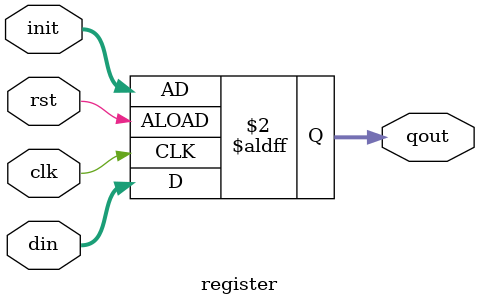
<source format=v>
module register(clk, rst, init, din, qout);
    parameter INPUT_SIZE = 10;
    input clk, rst;
    input[INPUT_SIZE-1 : 0] din, init;
    output reg[INPUT_SIZE-1 : 0] qout;
    always @(posedge clk, posedge rst) begin
        if(rst) begin
            qout <= init;
        end
        else begin
            qout <= din; 
        end
    end

endmodule


</source>
